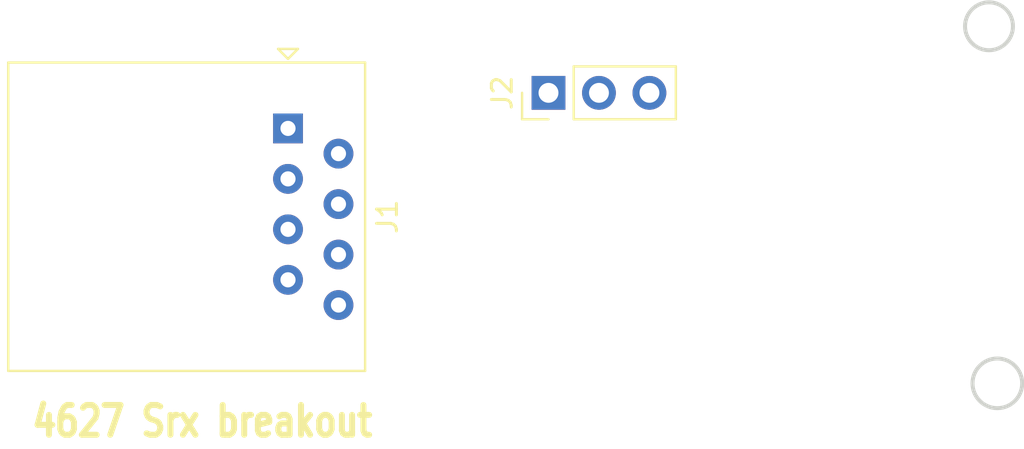
<source format=kicad_pcb>
(kicad_pcb (version 20171130) (host pcbnew "(5.0.0)")

  (general
    (thickness 1.6)
    (drawings 3)
    (tracks 0)
    (zones 0)
    (modules 2)
    (nets 11)
  )

  (page A4)
  (layers
    (0 F.Cu signal)
    (31 B.Cu signal)
    (32 B.Adhes user)
    (33 F.Adhes user)
    (34 B.Paste user)
    (35 F.Paste user)
    (36 B.SilkS user)
    (37 F.SilkS user)
    (38 B.Mask user)
    (39 F.Mask user)
    (40 Dwgs.User user)
    (41 Cmts.User user)
    (42 Eco1.User user)
    (43 Eco2.User user)
    (44 Edge.Cuts user)
    (45 Margin user)
    (46 B.CrtYd user)
    (47 F.CrtYd user)
    (48 B.Fab user)
    (49 F.Fab user)
  )

  (setup
    (last_trace_width 0.25)
    (trace_clearance 0.2)
    (zone_clearance 0.508)
    (zone_45_only no)
    (trace_min 0.2)
    (segment_width 0.2)
    (edge_width 0.2)
    (via_size 0.8)
    (via_drill 0.4)
    (via_min_size 0.4)
    (via_min_drill 0.3)
    (uvia_size 0.3)
    (uvia_drill 0.1)
    (uvias_allowed no)
    (uvia_min_size 0.2)
    (uvia_min_drill 0.1)
    (pcb_text_width 0.3)
    (pcb_text_size 1.5 1.5)
    (mod_edge_width 0.15)
    (mod_text_size 1 1)
    (mod_text_width 0.15)
    (pad_size 1.524 1.524)
    (pad_drill 0.762)
    (pad_to_mask_clearance 0.2)
    (aux_axis_origin 0 0)
    (visible_elements 7FFFFFFF)
    (pcbplotparams
      (layerselection 0x010fc_ffffffff)
      (usegerberextensions false)
      (usegerberattributes false)
      (usegerberadvancedattributes false)
      (creategerberjobfile false)
      (excludeedgelayer true)
      (linewidth 0.100000)
      (plotframeref false)
      (viasonmask false)
      (mode 1)
      (useauxorigin false)
      (hpglpennumber 1)
      (hpglpenspeed 20)
      (hpglpendiameter 15.000000)
      (psnegative false)
      (psa4output false)
      (plotreference true)
      (plotvalue true)
      (plotinvisibletext false)
      (padsonsilk false)
      (subtractmaskfromsilk false)
      (outputformat 1)
      (mirror false)
      (drillshape 0)
      (scaleselection 1)
      (outputdirectory ""))
  )

  (net 0 "")
  (net 1 "Net-(J1-Pad1)")
  (net 2 "Net-(J1-Pad4)")
  (net 3 "Net-(J1-Pad5)")
  (net 4 "Net-(J1-Pad6)")
  (net 5 "Net-(J1-Pad7)")
  (net 6 "Net-(J1-Pad8)")
  (net 7 "Net-(J2-Pad1)")
  (net 8 "Net-(J2-Pad3)")
  (net 9 "Net-(J1-Pad2)")
  (net 10 "Net-(J1-Pad3)")

  (net_class Default "This is the default net class."
    (clearance 0.2)
    (trace_width 0.25)
    (via_dia 0.8)
    (via_drill 0.4)
    (uvia_dia 0.3)
    (uvia_drill 0.1)
    (add_net "Net-(J1-Pad1)")
    (add_net "Net-(J1-Pad2)")
    (add_net "Net-(J1-Pad3)")
    (add_net "Net-(J1-Pad4)")
    (add_net "Net-(J1-Pad5)")
    (add_net "Net-(J1-Pad6)")
    (add_net "Net-(J1-Pad7)")
    (add_net "Net-(J1-Pad8)")
    (add_net "Net-(J2-Pad1)")
    (add_net "Net-(J2-Pad3)")
  )

  (module Connector_PinHeader_2.54mm:PinHeader_1x03_P2.54mm_Vertical (layer F.Cu) (tedit 59FED5CC) (tstamp 5BE5CF8F)
    (at 111.25 61.44 90)
    (descr "Through hole straight pin header, 1x03, 2.54mm pitch, single row")
    (tags "Through hole pin header THT 1x03 2.54mm single row")
    (path /5BCD22FE)
    (fp_text reference J2 (at 0 -2.33 90) (layer F.SilkS)
      (effects (font (size 1 1) (thickness 0.15)))
    )
    (fp_text value Conn_01x03 (at 0 7.41 90) (layer F.Fab)
      (effects (font (size 1 1) (thickness 0.15)))
    )
    (fp_text user %R (at 0 2.54 180) (layer F.Fab)
      (effects (font (size 1 1) (thickness 0.15)))
    )
    (fp_line (start 1.8 -1.8) (end -1.8 -1.8) (layer F.CrtYd) (width 0.05))
    (fp_line (start 1.8 6.85) (end 1.8 -1.8) (layer F.CrtYd) (width 0.05))
    (fp_line (start -1.8 6.85) (end 1.8 6.85) (layer F.CrtYd) (width 0.05))
    (fp_line (start -1.8 -1.8) (end -1.8 6.85) (layer F.CrtYd) (width 0.05))
    (fp_line (start -1.33 -1.33) (end 0 -1.33) (layer F.SilkS) (width 0.12))
    (fp_line (start -1.33 0) (end -1.33 -1.33) (layer F.SilkS) (width 0.12))
    (fp_line (start -1.33 1.27) (end 1.33 1.27) (layer F.SilkS) (width 0.12))
    (fp_line (start 1.33 1.27) (end 1.33 6.41) (layer F.SilkS) (width 0.12))
    (fp_line (start -1.33 1.27) (end -1.33 6.41) (layer F.SilkS) (width 0.12))
    (fp_line (start -1.33 6.41) (end 1.33 6.41) (layer F.SilkS) (width 0.12))
    (fp_line (start -1.27 -0.635) (end -0.635 -1.27) (layer F.Fab) (width 0.1))
    (fp_line (start -1.27 6.35) (end -1.27 -0.635) (layer F.Fab) (width 0.1))
    (fp_line (start 1.27 6.35) (end -1.27 6.35) (layer F.Fab) (width 0.1))
    (fp_line (start 1.27 -1.27) (end 1.27 6.35) (layer F.Fab) (width 0.1))
    (fp_line (start -0.635 -1.27) (end 1.27 -1.27) (layer F.Fab) (width 0.1))
    (pad 3 thru_hole oval (at 0 5.08 90) (size 1.7 1.7) (drill 1) (layers *.Cu *.Mask)
      (net 8 "Net-(J2-Pad3)"))
    (pad 2 thru_hole oval (at 0 2.54 90) (size 1.7 1.7) (drill 1) (layers *.Cu *.Mask)
      (net 1 "Net-(J1-Pad1)"))
    (pad 1 thru_hole rect (at 0 0 90) (size 1.7 1.7) (drill 1) (layers *.Cu *.Mask)
      (net 7 "Net-(J2-Pad1)"))
    (model ${KISYS3DMOD}/Connector_PinHeader_2.54mm.3dshapes/PinHeader_1x03_P2.54mm_Vertical.wrl
      (at (xyz 0 0 0))
      (scale (xyz 1 1 1))
      (rotate (xyz 0 0 0))
    )
  )

  (module Connector_RJ:RJ45_Amphenol_54602-x08_Horizontal (layer F.Cu) (tedit 5B103613) (tstamp 5BE5CF78)
    (at 98.14 63.23 270)
    (descr "8 Pol Shallow Latch Connector, Modjack, RJ45 (https://cdn.amphenol-icc.com/media/wysiwyg/files/drawing/c-bmj-0102.pdf)")
    (tags RJ45)
    (path /5C5208BB)
    (fp_text reference J1 (at 4.445 -5 270) (layer F.SilkS)
      (effects (font (size 1 1) (thickness 0.15)))
    )
    (fp_text value 8P8C (at 4.445 4 270) (layer F.Fab)
      (effects (font (size 1 1) (thickness 0.15)))
    )
    (fp_line (start 12.6 14.47) (end -3.71 14.47) (layer F.CrtYd) (width 0.05))
    (fp_line (start 12.6 14.47) (end 12.6 -4.27) (layer F.CrtYd) (width 0.05))
    (fp_line (start -3.71 -4.27) (end -3.71 14.47) (layer F.CrtYd) (width 0.05))
    (fp_line (start -3.71 -4.27) (end 12.6 -4.27) (layer F.CrtYd) (width 0.05))
    (fp_line (start -3.315 -3.88) (end -3.315 14.08) (layer F.SilkS) (width 0.12))
    (fp_line (start 12.205 -3.88) (end -3.315 -3.88) (layer F.SilkS) (width 0.12))
    (fp_line (start 12.205 -3.88) (end 12.205 14.08) (layer F.SilkS) (width 0.12))
    (fp_line (start -3.315 14.08) (end 12.205 14.08) (layer F.SilkS) (width 0.12))
    (fp_line (start -3.205 -2.77) (end -2.205 -3.77) (layer F.Fab) (width 0.12))
    (fp_line (start -2.205 -3.77) (end 12.095 -3.77) (layer F.Fab) (width 0.12))
    (fp_line (start 12.095 -3.77) (end 12.095 13.97) (layer F.Fab) (width 0.12))
    (fp_line (start 12.095 13.97) (end -3.205 13.97) (layer F.Fab) (width 0.12))
    (fp_line (start -3.205 13.97) (end -3.205 -2.77) (layer F.Fab) (width 0.12))
    (fp_line (start -3.5 0) (end -4 -0.5) (layer F.SilkS) (width 0.12))
    (fp_line (start -4 -0.5) (end -4 0.5) (layer F.SilkS) (width 0.12))
    (fp_line (start -4 0.5) (end -3.5 0) (layer F.SilkS) (width 0.12))
    (fp_text user %R (at 4.445 2 270) (layer F.Fab)
      (effects (font (size 1 1) (thickness 0.15)))
    )
    (pad 8 thru_hole circle (at 8.89 -2.54 270) (size 1.5 1.5) (drill 0.76) (layers *.Cu *.Mask)
      (net 6 "Net-(J1-Pad8)"))
    (pad 7 thru_hole circle (at 7.62 0 270) (size 1.5 1.5) (drill 0.76) (layers *.Cu *.Mask)
      (net 5 "Net-(J1-Pad7)"))
    (pad 6 thru_hole circle (at 6.35 -2.54 270) (size 1.5 1.5) (drill 0.76) (layers *.Cu *.Mask)
      (net 4 "Net-(J1-Pad6)"))
    (pad 5 thru_hole circle (at 5.08 0 270) (size 1.5 1.5) (drill 0.76) (layers *.Cu *.Mask)
      (net 3 "Net-(J1-Pad5)"))
    (pad 4 thru_hole circle (at 3.81 -2.54 270) (size 1.5 1.5) (drill 0.76) (layers *.Cu *.Mask)
      (net 2 "Net-(J1-Pad4)"))
    (pad 3 thru_hole circle (at 2.54 0 270) (size 1.5 1.5) (drill 0.76) (layers *.Cu *.Mask)
      (net 10 "Net-(J1-Pad3)"))
    (pad 2 thru_hole circle (at 1.27 -2.54 270) (size 1.5 1.5) (drill 0.76) (layers *.Cu *.Mask)
      (net 9 "Net-(J1-Pad2)"))
    (pad 1 thru_hole rect (at 0 0 270) (size 1.5 1.5) (drill 0.76) (layers *.Cu *.Mask)
      (net 1 "Net-(J1-Pad1)"))
    (pad "" np_thru_hole circle (at -1.27 6.35 270) (size 3.2 3.2) (drill 3.2) (layers *.Cu *.Mask))
    (pad "" np_thru_hole circle (at 10.16 6.35 270) (size 3.2 3.2) (drill 3.2) (layers *.Cu *.Mask))
    (model ${KISYS3DMOD}/Connector_RJ.3dshapes/RJ45_Amphenol_54602-x08_Horizontal.wrl
      (at (xyz 0 0 0))
      (scale (xyz 1 1 1))
      (rotate (xyz 0 0 0))
    )
  )

  (gr_text "4627 Srx breakout \n" (at 94.28 77.97) (layer F.SilkS)
    (effects (font (size 1.5 1.2) (thickness 0.3)))
  )
  (gr_circle (center 133.84 76.06) (end 135.09 76.06) (layer Edge.Cuts) (width 0.2))
  (gr_circle (center 133.42 58.09) (end 134.62 57.97) (layer Edge.Cuts) (width 0.2))

)

</source>
